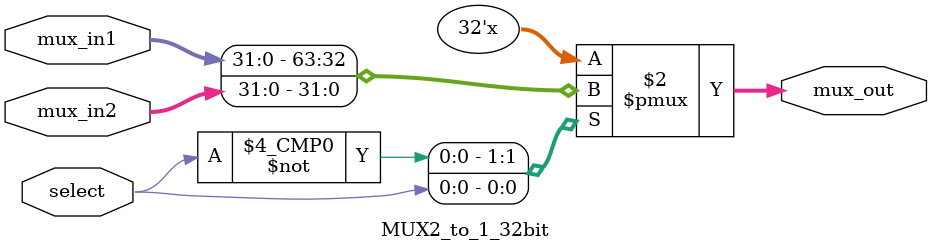
<source format=v>
`timescale 1ns/1ns

module MUX2_to_1_32bit (mux_in1, mux_in2, mux_out, select);

    parameter  bit_width = 32;

    input [bit_width-1:0] mux_in1,mux_in2;
    output reg  [bit_width-1:0] mux_out;
    input select;
	 

    always@(*)
    begin
        case(select)
            1'b0: mux_out <= mux_in1;
            1'b1: mux_out <= mux_in2;
            default: mux_out <= mux_in1;
        endcase
    end

endmodule 

</source>
